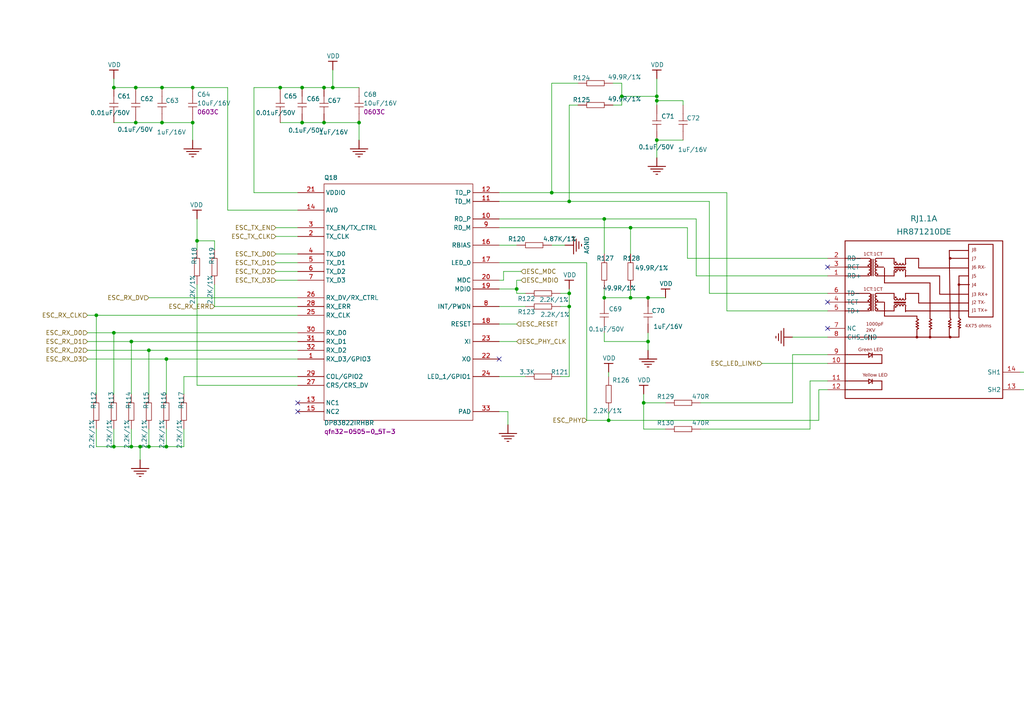
<source format=kicad_sch>
(kicad_sch (version 20250114) (generator "eeschema") (generator_version "9.0")
  (paper "A4")
  (junction (at 33.02 96.52))
  (junction (at 104.14 35.56))
  (junction (at 96.52 25.4))
  (junction (at 187.96 99.06))
  (junction (at 93.98 25.4))
  (junction (at 48.26 104.14))
  (junction (at 46.99 25.4))
  (junction (at 38.1 129.54))
  (junction (at 300.99 113.03))
  (junction (at 87.63 35.56))
  (junction (at 176.53 121.92))
  (junction (at 33.02 129.54))
  (junction (at 48.26 129.54))
  (junction (at 81.28 25.4))
  (junction (at 33.02 25.4))
  (junction (at 190.5 29.21))
  (junction (at 38.1 99.06))
  (junction (at 57.15 69.85))
  (junction (at 27.94 91.44))
  (junction (at 55.88 25.4))
  (junction (at 180.34 27.94))
  (junction (at 46.99 35.56))
  (junction (at 175.26 63.5))
  (junction (at 186.69 116.84))
  (junction (at 182.88 86.36))
  (junction (at 93.98 35.56))
  (junction (at 43.18 129.54))
  (junction (at 149.86 83.82))
  (junction (at 87.63 25.4))
  (junction (at 165.1 85.09))
  (junction (at 40.64 129.54))
  (junction (at 165.1 88.9))
  (junction (at 190.5 27.94))
  (junction (at 43.18 101.6))
  (junction (at 39.37 25.4))
  (junction (at 39.37 35.56))
  (junction (at 165.1 58.42))
  (junction (at 175.26 86.36))
  (junction (at 160.02 55.88))
  (junction (at 182.88 66.04))
  (junction (at 187.96 86.36))
  (junction (at 190.5 40.64))
  (junction (at 55.88 35.56))
  (no_connect (at 144.78 104.14))
  (no_connect (at 86.36 116.84))
  (no_connect (at 240.03 95.25))
  (no_connect (at 86.36 119.38))
  (no_connect (at 240.03 77.47))
  (no_connect (at 240.03 87.63))
  (wire (pts (xy 46.99 25.4) (xy 55.88 25.4)))
  (wire (pts (xy 149.86 83.82) (xy 144.78 83.82)))
  (wire (pts (xy 190.5 40.64) (xy 190.5 45.72)))
  (wire (pts (xy 190.5 27.94) (xy 190.5 29.21)))
  (wire (pts (xy 81.28 35.56) (xy 87.63 35.56)))
  (wire (pts (xy 193.04 124.46) (xy 186.69 124.46)))
  (wire (pts (xy 93.98 35.56) (xy 104.14 35.56)))
  (wire (pts (xy 295.91 107.95) (xy 300.99 107.95)))
  (wire (pts (xy 55.88 40.64) (xy 55.88 35.56)))
  (wire (pts (xy 182.88 86.36) (xy 182.88 83.82)))
  (wire (pts (xy 62.23 82.55) (xy 62.23 88.9)))
  (wire (pts (xy 73.66 25.4) (xy 73.66 55.88)))
  (wire (pts (xy 96.52 25.4) (xy 96.52 20.32)))
  (wire (pts (xy 205.74 85.09) (xy 240.03 85.09)))
  (wire (pts (xy 176.53 119.38) (xy 176.53 121.92)))
  (wire (pts (xy 229.87 102.87) (xy 240.03 102.87)))
  (wire (pts (xy 199.39 74.93) (xy 240.03 74.93)))
  (wire (pts (xy 149.86 81.28) (xy 149.86 83.82)))
  (wire (pts (xy 27.94 91.44) (xy 25.4 91.44)))
  (wire (pts (xy 86.36 76.2) (xy 80.01 76.2)))
  (wire (pts (xy 162.56 85.09) (xy 165.1 85.09)))
  (wire (pts (xy 176.53 121.92) (xy 237.49 121.92)))
  (wire (pts (xy 43.18 129.54) (xy 43.18 124.46)))
  (wire (pts (xy 182.88 73.66) (xy 182.88 66.04)))
  (wire (pts (xy 87.63 25.4) (xy 93.98 25.4)))
  (wire (pts (xy 87.63 35.56) (xy 93.98 35.56)))
  (wire (pts (xy 86.36 104.14) (xy 48.26 104.14)))
  (wire (pts (xy 237.49 113.03) (xy 237.49 121.92)))
  (wire (pts (xy 25.4 99.06) (xy 38.1 99.06)))
  (wire (pts (xy 187.96 86.36) (xy 182.88 86.36)))
  (wire (pts (xy 295.91 113.03) (xy 300.99 113.03)))
  (wire (pts (xy 66.04 60.96) (xy 66.04 25.4)))
  (wire (pts (xy 237.49 113.03) (xy 240.03 113.03)))
  (wire (pts (xy 86.36 111.76) (xy 57.15 111.76)))
  (wire (pts (xy 198.12 30.48) (xy 198.12 29.21)))
  (wire (pts (xy 104.14 25.4) (xy 96.52 25.4)))
  (wire (pts (xy 81.28 25.4) (xy 87.63 25.4)))
  (wire (pts (xy 160.02 24.13) (xy 167.64 24.13)))
  (wire (pts (xy 93.98 25.4) (xy 96.52 25.4)))
  (wire (pts (xy 144.78 63.5) (xy 175.26 63.5)))
  (wire (pts (xy 177.8 24.13) (xy 180.34 24.13)))
  (wire (pts (xy 146.05 78.74) (xy 146.05 81.28)))
  (wire (pts (xy 210.82 90.17) (xy 240.03 90.17)))
  (wire (pts (xy 86.36 109.22) (xy 53.34 109.22)))
  (wire (pts (xy 190.5 30.48) (xy 190.5 29.21)))
  (wire (pts (xy 210.82 90.17) (xy 210.82 55.88)))
  (wire (pts (xy 165.1 30.48) (xy 167.64 30.48)))
  (wire (pts (xy 43.18 129.54) (xy 48.26 129.54)))
  (wire (pts (xy 199.39 66.04) (xy 182.88 66.04)))
  (wire (pts (xy 33.02 25.4) (xy 33.02 22.86)))
  (wire (pts (xy 186.69 116.84) (xy 186.69 114.3)))
  (wire (pts (xy 201.93 80.01) (xy 240.03 80.01)))
  (wire (pts (xy 73.66 25.4) (xy 81.28 25.4)))
  (wire (pts (xy 27.94 114.3) (xy 27.94 91.44)))
  (wire (pts (xy 151.13 81.28) (xy 149.86 81.28)))
  (wire (pts (xy 175.26 99.06) (xy 175.26 96.52)))
  (wire (pts (xy 198.12 29.21) (xy 190.5 29.21)))
  (wire (pts (xy 175.26 83.82) (xy 175.26 86.36)))
  (wire (pts (xy 144.78 66.04) (xy 182.88 66.04)))
  (wire (pts (xy 187.96 99.06) (xy 187.96 96.52)))
  (wire (pts (xy 104.14 40.64) (xy 104.14 35.56)))
  (wire (pts (xy 144.78 88.9) (xy 152.4 88.9)))
  (wire (pts (xy 176.53 121.92) (xy 170.18 121.92)))
  (wire (pts (xy 38.1 114.3) (xy 38.1 99.06)))
  (wire (pts (xy 86.36 60.96) (xy 66.04 60.96)))
  (wire (pts (xy 165.1 109.22) (xy 162.56 109.22)))
  (wire (pts (xy 25.4 96.52) (xy 33.02 96.52)))
  (wire (pts (xy 33.02 129.54) (xy 27.94 129.54)))
  (wire (pts (xy 149.86 99.06) (xy 144.78 99.06)))
  (wire (pts (xy 187.96 86.36) (xy 193.04 86.36)))
  (wire (pts (xy 86.36 96.52) (xy 33.02 96.52)))
  (wire (pts (xy 40.64 129.54) (xy 40.64 133.35)))
  (wire (pts (xy 176.53 109.22) (xy 176.53 107.95)))
  (wire (pts (xy 229.87 116.84) (xy 229.87 102.87)))
  (wire (pts (xy 55.88 25.4) (xy 66.04 25.4)))
  (wire (pts (xy 180.34 27.94) (xy 180.34 30.48)))
  (wire (pts (xy 201.93 80.01) (xy 201.93 63.5)))
  (wire (pts (xy 27.94 129.54) (xy 27.94 124.46)))
  (wire (pts (xy 53.34 129.54) (xy 53.34 124.46)))
  (wire (pts (xy 165.1 58.42) (xy 165.1 30.48)))
  (wire (pts (xy 160.02 55.88) (xy 160.02 24.13)))
  (wire (pts (xy 62.23 88.9) (xy 86.36 88.9)))
  (wire (pts (xy 43.18 114.3) (xy 43.18 101.6)))
  (wire (pts (xy 39.37 35.56) (xy 46.99 35.56)))
  (wire (pts (xy 205.74 85.09) (xy 205.74 58.42)))
  (wire (pts (xy 147.32 119.38) (xy 144.78 119.38)))
  (wire (pts (xy 57.15 72.39) (xy 57.15 69.85)))
  (wire (pts (xy 234.95 124.46) (xy 234.95 110.49)))
  (wire (pts (xy 46.99 35.56) (xy 55.88 35.56)))
  (wire (pts (xy 38.1 129.54) (xy 33.02 129.54)))
  (wire (pts (xy 162.56 88.9) (xy 165.1 88.9)))
  (wire (pts (xy 180.34 24.13) (xy 180.34 27.94)))
  (wire (pts (xy 86.36 99.06) (xy 38.1 99.06)))
  (wire (pts (xy 300.99 107.95) (xy 300.99 113.03)))
  (wire (pts (xy 198.12 40.64) (xy 190.5 40.64)))
  (wire (pts (xy 33.02 35.56) (xy 39.37 35.56)))
  (wire (pts (xy 48.26 114.3) (xy 48.26 104.14)))
  (wire (pts (xy 151.13 78.74) (xy 146.05 78.74)))
  (wire (pts (xy 220.98 105.41) (xy 240.03 105.41)))
  (wire (pts (xy 38.1 129.54) (xy 40.64 129.54)))
  (wire (pts (xy 86.36 81.28) (xy 80.01 81.28)))
  (wire (pts (xy 186.69 124.46) (xy 186.69 116.84)))
  (wire (pts (xy 187.96 101.6) (xy 187.96 99.06)))
  (wire (pts (xy 25.4 104.14) (xy 48.26 104.14)))
  (wire (pts (xy 73.66 55.88) (xy 86.36 55.88)))
  (wire (pts (xy 86.36 73.66) (xy 80.01 73.66)))
  (wire (pts (xy 53.34 109.22) (xy 53.34 114.3)))
  (wire (pts (xy 48.26 129.54) (xy 48.26 124.46)))
  (wire (pts (xy 193.04 116.84) (xy 186.69 116.84)))
  (wire (pts (xy 152.4 85.09) (xy 149.86 85.09)))
  (wire (pts (xy 180.34 27.94) (xy 190.5 27.94)))
  (wire (pts (xy 62.23 72.39) (xy 62.23 69.85)))
  (wire (pts (xy 149.86 85.09) (xy 149.86 83.82)))
  (wire (pts (xy 38.1 124.46) (xy 38.1 129.54)))
  (wire (pts (xy 170.18 121.92) (xy 170.18 76.2)))
  (wire (pts (xy 57.15 111.76) (xy 57.15 82.55)))
  (wire (pts (xy 170.18 76.2) (xy 144.78 76.2)))
  (wire (pts (xy 175.26 63.5) (xy 175.26 73.66)))
  (wire (pts (xy 201.93 63.5) (xy 175.26 63.5)))
  (wire (pts (xy 39.37 25.4) (xy 46.99 25.4)))
  (wire (pts (xy 144.78 58.42) (xy 165.1 58.42)))
  (wire (pts (xy 165.1 85.09) (xy 165.1 88.9)))
  (wire (pts (xy 144.78 55.88) (xy 160.02 55.88)))
  (wire (pts (xy 144.78 71.12) (xy 149.86 71.12)))
  (wire (pts (xy 146.05 81.28) (xy 144.78 81.28)))
  (wire (pts (xy 203.2 116.84) (xy 229.87 116.84)))
  (wire (pts (xy 62.23 69.85) (xy 57.15 69.85)))
  (wire (pts (xy 203.2 124.46) (xy 234.95 124.46)))
  (wire (pts (xy 57.15 69.85) (xy 57.15 63.5)))
  (wire (pts (xy 86.36 68.58) (xy 80.01 68.58)))
  (wire (pts (xy 144.78 93.98) (xy 149.86 93.98)))
  (wire (pts (xy 234.95 110.49) (xy 240.03 110.49)))
  (wire (pts (xy 144.78 109.22) (xy 152.4 109.22)))
  (wire (pts (xy 190.5 22.86) (xy 190.5 27.94)))
  (wire (pts (xy 48.26 129.54) (xy 53.34 129.54)))
  (wire (pts (xy 27.94 91.44) (xy 86.36 91.44)))
  (wire (pts (xy 180.34 30.48) (xy 177.8 30.48)))
  (wire (pts (xy 175.26 99.06) (xy 187.96 99.06)))
  (wire (pts (xy 86.36 78.74) (xy 80.01 78.74)))
  (wire (pts (xy 175.26 86.36) (xy 182.88 86.36)))
  (wire (pts (xy 229.87 97.79) (xy 240.03 97.79)))
  (wire (pts (xy 300.99 113.03) (xy 300.99 114.3)))
  (wire (pts (xy 165.1 88.9) (xy 165.1 109.22)))
  (wire (pts (xy 40.64 129.54) (xy 43.18 129.54)))
  (wire (pts (xy 43.18 86.36) (xy 86.36 86.36)))
  (wire (pts (xy 33.02 124.46) (xy 33.02 129.54)))
  (wire (pts (xy 199.39 74.93) (xy 199.39 66.04)))
  (wire (pts (xy 205.74 58.42) (xy 165.1 58.42)))
  (wire (pts (xy 147.32 123.19) (xy 147.32 119.38)))
  (wire (pts (xy 210.82 55.88) (xy 160.02 55.88)))
  (wire (pts (xy 163.83 71.12) (xy 160.02 71.12)))
  (wire (pts (xy 33.02 25.4) (xy 39.37 25.4)))
  (wire (pts (xy 86.36 101.6) (xy 43.18 101.6)))
  (wire (pts (xy 33.02 114.3) (xy 33.02 96.52)))
  (wire (pts (xy 165.1 85.09) (xy 165.1 83.82)))
  (wire (pts (xy 25.4 101.6) (xy 43.18 101.6)))
  (wire (pts (xy 86.36 66.04) (xy 80.01 66.04)))
  (hierarchical_label "ESC_RX_CLK" (shape input) (at 25.4 91.44 180))
  (hierarchical_label "ESC_MDIO" (shape input) (at 151.13 81.28 0))
  (hierarchical_label "ESC_RX_D3" (shape input) (at 25.4 104.14 180))
  (hierarchical_label "ESC_RX_D2" (shape input) (at 25.4 101.6 180))
  (hierarchical_label "ESC_RX_DV" (shape input) (at 43.18 86.36 180))
  (hierarchical_label "ESC_TX_D1" (shape input) (at 80.01 76.2 180))
  (hierarchical_label "ESC_PHY_CLK" (shape input) (at 149.86 99.06 0))
  (hierarchical_label "ESC_RX_D1" (shape input) (at 25.4 99.06 180))
  (hierarchical_label "ESC_TX_EN" (shape input) (at 80.01 66.04 180))
  (hierarchical_label "ESC_TX_D2" (shape input) (at 80.01 78.74 180))
  (hierarchical_label "ESC_RX_ERR" (shape input) (at 62.23 88.9 180))
  (hierarchical_label "ESC_TX_D3" (shape input) (at 80.01 81.28 180))
  (hierarchical_label "ESC_TX_CLK" (shape input) (at 80.01 68.58 180))
  (hierarchical_label "ESC_MDC" (shape input) (at 151.13 78.74 0))
  (hierarchical_label "ESC_RX_D0" (shape input) (at 25.4 96.52 180))
  (hierarchical_label "ESC_TX_D0" (shape input) (at 80.01 73.66 180))
  (hierarchical_label "ESC_PHY" (shape input) (at 170.18 121.92 180))
  (hierarchical_label "ESC_RESET" (shape input) (at 149.86 93.98 0))
  (hierarchical_label "ESC_LED_LINK" (shape input) (at 220.98 105.41 180))
  (symbol (lib_id "sheet1-altium-import:RES_2") (at 170.18 21.59 0) (unit 1)
    (property "Reference" "R124" (at 166.116 22.606 0) (effects (justify left)))
    (property "Value" "49.9R/1%" (at 176.276 22.352 0) (effects (justify left)))
    (property "Footprint" "Lib_sheet_10:R_0603_1608Metric" (effects (hide yes)))
    (property "Automotive" "AEC-Q200" (effects (hide yes)))
    (property "Datasheet Link" "\\\\10.192.7.10\\Dianqu-CIS\\DATASHEET-New\\电阻\\YAGEO_AC_规格书.pdf" (effects (hide yes)))
    (property "EBOM Description" "电阻-49.9R-±1%-1/10W-(-55~155℃)-车规-0603" (effects (hide yes)))
    (property "Height" "0.55" (effects (hide yes)))
    (property "ID" "379" (effects (hide yes)))
    (property "Implementation Type" "<none>" (effects (hide yes)))
    (property "New Part Number" "3.2.03.01.00387" (effects (hide yes)))
    (property "Origin Footprint" "0603R" (effects (hide yes)))
    (property "PCB Footprint" "0603R" (effects (hide yes)))
    (property "Part State" "已认定" (effects (hide yes)))
    (property "Part Type" "普通电阻" (effects (hide yes)))
    (property "Power Pins Visible" "False" (effects (hide yes)))
    (property "Primitive" "DEFAULT" (effects (hide yes)))
    (property "Source Package" "RES" (effects (hide yes)))
    (property "priority" "H" (effects (hide yes)))
    (property "purpose" "通用" (effects (hide yes)))
    (property "制造商名称" "MC000003_国巨（YAGEO）" (effects (hide yes)))
  )
  (symbol (lib_id "sheet1-altium-import:AGND") (at 163.83 71.12 90) (mirror x) (unit 1)
    (property "Reference" "#PWR0128" (effects (hide yes)))
    (property "Value" "AGND" (at 170.18 71.12 0))
    (property "Description" "电源符号创建名为 'AGND' 的全局标签" (effects (hide yes)))
  )
  (symbol (lib_id "power:Earth_Protective") (at 300.99 113.03 90) (unit 1)
    (property "Reference" "#PWR0137" (effects (hide yes)))
    (property "Value" "PE_GND" (at 307.34 113.03 0))
    (property "Description" "Power symbol creates a global label with name \"Earth_Protective\"" (effects (hide yes)))
  )
  (symbol (lib_id "sheet1-altium-import:CAP_2") (at 90.17 33.02 180) (unit 1)
    (property "Reference" "C66" (at 88.9 27.94 0) (effects (justify right bottom)))
    (property "Value" "0.1uF/50V" (at 83.566 37.084 0) (effects (justify right bottom)))
    (property "Footprint" "Capacitor_SMD:C_0603_1608Metric" (effects (hide yes)))
    (property "Automotive" "AEC-Q200" (effects (hide yes)))
    (property "Datasheet Link" "\\\\10.30.16.21\\D-UserFiles\\Cadence-share\\CIS_LP\\DATASHEET-New\\电容\\KEMET_MLCC_规格书.PDF" (effects (hide yes)))
    (property "EBOM Description" "瓷片电容-0.1uF-±10%-50V-X7R-(-55~125℃)-车规-0603" (effects (hide yes)))
    (property "Height" "0.87" (effects (hide yes)))
    (property "Implementation Type" "<none>" (effects (hide yes)))
    (property "New Part Number" "3.2.04.05.00132" (effects (hide yes)))
    (property "Origin Footprint" "0603C" (effects (hide yes)))
    (property "PCB Footprint" "0603C" (effects (hide yes)))
    (property "Part State" "已认定" (effects (hide yes)))
    (property "Part Type" "瓷片电容" (effects (hide yes)))
    (property "Power Pins Visible" "False" (effects (hide yes)))
    (property "Primitive" "DEFAULT" (effects (hide yes)))
    (property "Source Package" "CAP" (effects (hide yes)))
    (property "priority" "H" (effects (hide yes)))
    (property "purpose" "通用" (effects (hide yes)))
    (property "制造商名称" "MC000042_基美（KEMET）" (effects (hide yes)))
  )
  (symbol (lib_id "sheet1-altium-import:CAP_1") (at 101.6 27.94 0) (unit 1)
    (property "Reference" "C68" (at 105.41 26.67 0) (effects (justify left top)))
    (property "Value" "10uF/16V" (at 105.41 29.21 0) (effects (justify left top)))
    (property "Footprint" "Capacitor_SMD:C_0603_1608Metric" (effects (hide yes)))
    (property "Automotive" "AEC-Q200" (effects (hide yes)))
    (property "Datasheet Link" "\\\\10.192.7.10\\Dianqu-CIS\\DATASHEET-New\\电容\\KEMET_MLCC_规格书.PDF" (effects (hide yes)))
    (property "EBOM Description" "瓷片电容-330pF-±10%-50V-X7R-(-55~125℃)-车规-0603" (effects (hide yes)))
    (property "Height" "0.87" (effects (hide yes)))
    (property "ID" "146" (effects (hide yes)))
    (property "Implementation Type" "<none>" (effects (hide yes)))
    (property "New Part Number" "3.2.04.05.00143" (effects (hide yes)))
    (property "Origin Footprint" "0603C" (at 105.41 31.75 0) (effects (justify left top)))
    (property "PCB Footprint" "0603C" (at 105.41 31.75 0) (effects (justify left top)))
    (property "Part State" "已认定" (effects (hide yes)))
    (property "Part Type" "瓷片电容" (effects (hide yes)))
    (property "Power Pins Visible" "False" (effects (hide yes)))
    (property "Primitive" "DEFAULT" (effects (hide yes)))
    (property "Source Package" "CAP" (effects (hide yes)))
    (property "priority" "L" (effects (hide yes)))
    (property "purpose" "通用" (effects (hide yes)))
    (property "制造商名称" "MC000042_基美（KEMET）" (effects (hide yes)))
    (property "单向替代料" "3.2.04.05.00228/3.2.04.05.00235" (effects (hide yes)))
  )
  (symbol (lib_id "sheet1-altium-import:RES_1") (at 25.4 121.92 90) (unit 1)
    (property "Reference" "R112" (at 26.416 113.538 0) (effects (justify right top)))
    (property "Value" "2.2K/1%" (at 25.908 121.666 0) (effects (justify right top)))
    (property "Footprint" "Resistor_SMD:R_0603_1608Metric" (effects (hide yes)))
    (property "Automotive" "非车规" (effects (hide yes)))
    (property "Datasheet Link" "\\\\10.192.7.10\\Dianqu-CIS\\DATASHEET-New\\电阻\\YAGEO_RC_规格书.pdf" (effects (hide yes)))
    (property "EBOM Description" "电阻-10R-±1%-1/10W-(-55~155℃)-0603" (effects (hide yes)))
    (property "Height" "0.55" (effects (hide yes)))
    (property "ID" "269" (effects (hide yes)))
    (property "Implementation Type" "<none>" (effects (hide yes)))
    (property "New Part Number" "3.2.03.01.00274" (effects (hide yes)))
    (property "Origin Footprint" "0603R" (effects (hide yes)))
    (property "PCB Footprint" "0603R" (effects (hide yes)))
    (property "Part State" "已认定" (effects (hide yes)))
    (property "Part Type" "普通电阻" (effects (hide yes)))
    (property "Power Pins Visible" "False" (effects (hide yes)))
    (property "Primitive" "DEFAULT" (effects (hide yes)))
    (property "Source Package" "RES" (effects (hide yes)))
    (property "priority" "H" (effects (hide yes)))
    (property "purpose" "通用" (effects (hide yes)))
    (property "制造商名称" "MC000003_国巨（YAGEO）" (effects (hide yes)))
  )
  (symbol (lib_id "sheet1-altium-import:VDD") (at 176.53 107.95 180) (unit 1)
    (property "Reference" "#PWR0130" (effects (hide yes)))
    (property "Value" "VDD" (at 174.752 103.886 0) (effects (justify right)))
    (property "Description" "电源符号创建名为 'VDD' 的全局标签" (effects (hide yes)))
  )
  (symbol (lib_id "sheet1-altium-import:RES_2") (at 185.42 76.2 270) (unit 1)
    (property "Reference" "R128" (at 180.594 74.93 90) (effects (justify left)))
    (property "Value" "49.9R/1%" (at 184.15 77.724 90) (effects (justify left)))
    (property "Footprint" "Lib_sheet_10:R_0603_1608Metric" (effects (hide yes)))
    (property "Automotive" "AEC-Q200" (effects (hide yes)))
    (property "Datasheet Link" "\\\\10.192.7.10\\Dianqu-CIS\\DATASHEET-New\\电阻\\YAGEO_AC_规格书.pdf" (effects (hide yes)))
    (property "EBOM Description" "电阻-49.9R-±1%-1/10W-(-55~155℃)-车规-0603" (effects (hide yes)))
    (property "Height" "0.55" (effects (hide yes)))
    (property "ID" "379" (effects (hide yes)))
    (property "Implementation Type" "<none>" (effects (hide yes)))
    (property "New Part Number" "3.2.03.01.00387" (effects (hide yes)))
    (property "Origin Footprint" "0603R" (effects (hide yes)))
    (property "PCB Footprint" "0603R" (effects (hide yes)))
    (property "Part State" "已认定" (effects (hide yes)))
    (property "Part Type" "普通电阻" (effects (hide yes)))
    (property "Power Pins Visible" "False" (effects (hide yes)))
    (property "Primitive" "DEFAULT" (effects (hide yes)))
    (property "Source Package" "RES" (effects (hide yes)))
    (property "priority" "H" (effects (hide yes)))
    (property "purpose" "通用" (effects (hide yes)))
    (property "制造商名称" "MC000003_国巨（YAGEO）" (effects (hide yes)))
  )
  (symbol (lib_id "sheet1-altium-import:AGND") (at 147.32 123.19 0) (mirror y) (unit 1)
    (property "Reference" "#PWR0127" (effects (hide yes)))
    (property "Value" "AGND" (effects (hide yes)))
    (property "Description" "电源符号创建名为 'AGND' 的全局标签" (effects (hide yes)))
  )
  (symbol (lib_id "sheet1-altium-import:VDD") (at 33.02 22.86 180) (unit 1)
    (property "Reference" "#PWR0121" (effects (hide yes)))
    (property "Value" "VDD" (at 31.242 18.796 0) (effects (justify right)))
    (property "Description" "电源符号创建名为 'VDD' 的全局标签" (effects (hide yes)))
  )
  (symbol (lib_id "sheet1-altium-import:CAP_3") (at 91.44 27.94 0) (unit 1)
    (property "Reference" "C67" (at 94.996 28.448 0) (effects (justify left top)))
    (property "Value" "1uF/16V" (at 92.456 37.592 0) (effects (justify left top)))
    (property "Footprint" "Capacitor_SMD:C_0603_1608Metric" (effects (hide yes)))
    (property "Automotive" "AEC-Q200" (effects (hide yes)))
    (property "Datasheet Link" "\\\\10.30.16.21\\D-UserFiles\\Cadence-share\\CIS_LP\\DATASHEET-New\\电容\\TDK_MLCC_规格书.pdf" (effects (hide yes)))
    (property "EBOM Description" "瓷片电容-1uF-±10%-16V-X7R-(-55~125℃)-车规-0603" (effects (hide yes)))
    (property "Height" "0.9" (effects (hide yes)))
    (property "Implementation Type" "<none>" (effects (hide yes)))
    (property "New Part Number" "3.2.04.05.00164" (effects (hide yes)))
    (property "Origin Footprint" "0603C" (effects (hide yes)))
    (property "PCB Footprint" "0603C" (effects (hide yes)))
    (property "Part State" "已认定" (effects (hide yes)))
    (property "Part Type" "瓷片电容" (effects (hide yes)))
    (property "Power Pins Visible" "False" (effects (hide yes)))
    (property "Primitive" "DEFAULT" (effects (hide yes)))
    (property "Source Package" "CAP" (effects (hide yes)))
    (property "priority" "L" (effects (hide yes)))
    (property "purpose" "通用" (effects (hide yes)))
    (property "制造商名称" "MC000032_东电化（TDK）" (effects (hide yes)))
  )
  (symbol (lib_id "sheet1-altium-import:VDD") (at 96.52 20.32 180) (unit 1)
    (property "Reference" "#PWR0125" (effects (hide yes)))
    (property "Value" "VDD" (at 94.742 16.256 0) (effects (justify right)))
    (property "Description" "电源符号创建名为 'VDD' 的全局标签" (effects (hide yes)))
  )
  (symbol (lib_id "sheet1-altium-import:CAP_1") (at 53.34 27.94 0) (unit 1)
    (property "Reference" "C64" (at 57.15 26.67 0) (effects (justify left top)))
    (property "Value" "10uF/16V" (at 57.15 29.21 0) (effects (justify left top)))
    (property "Footprint" "Capacitor_SMD:C_0603_1608Metric" (effects (hide yes)))
    (property "Automotive" "AEC-Q200" (effects (hide yes)))
    (property "Datasheet Link" "\\\\10.192.7.10\\Dianqu-CIS\\DATASHEET-New\\电容\\KEMET_MLCC_规格书.PDF" (effects (hide yes)))
    (property "EBOM Description" "瓷片电容-330pF-±10%-50V-X7R-(-55~125℃)-车规-0603" (effects (hide yes)))
    (property "Height" "0.87" (effects (hide yes)))
    (property "ID" "146" (effects (hide yes)))
    (property "Implementation Type" "<none>" (effects (hide yes)))
    (property "New Part Number" "3.2.04.05.00143" (effects (hide yes)))
    (property "Origin Footprint" "0603C" (at 57.15 31.75 0) (effects (justify left top)))
    (property "PCB Footprint" "0603C" (at 57.15 31.75 0) (effects (justify left top)))
    (property "Part State" "已认定" (effects (hide yes)))
    (property "Part Type" "瓷片电容" (effects (hide yes)))
    (property "Power Pins Visible" "False" (effects (hide yes)))
    (property "Primitive" "DEFAULT" (effects (hide yes)))
    (property "Source Package" "CAP" (effects (hide yes)))
    (property "priority" "L" (effects (hide yes)))
    (property "purpose" "通用" (effects (hide yes)))
    (property "制造商名称" "MC000042_基美（KEMET）" (effects (hide yes)))
    (property "单向替代料" "3.2.04.05.00228/3.2.04.05.00235" (effects (hide yes)))
  )
  (symbol (lib_id "sheet1-altium-import:RES_1") (at 35.56 121.92 90) (unit 1)
    (property "Reference" "R114" (at 36.576 113.538 0) (effects (justify right top)))
    (property "Value" "2.2K/1%" (at 36.068 121.666 0) (effects (justify right top)))
    (property "Footprint" "Resistor_SMD:R_0603_1608Metric" (effects (hide yes)))
    (property "Automotive" "非车规" (effects (hide yes)))
    (property "Datasheet Link" "\\\\10.192.7.10\\Dianqu-CIS\\DATASHEET-New\\电阻\\YAGEO_RC_规格书.pdf" (effects (hide yes)))
    (property "EBOM Description" "电阻-10R-±1%-1/10W-(-55~155℃)-0603" (effects (hide yes)))
    (property "Height" "0.55" (effects (hide yes)))
    (property "ID" "269" (effects (hide yes)))
    (property "Implementation Type" "<none>" (effects (hide yes)))
    (property "New Part Number" "3.2.03.01.00274" (effects (hide yes)))
    (property "Origin Footprint" "0603R" (effects (hide yes)))
    (property "PCB Footprint" "0603R" (effects (hide yes)))
    (property "Part State" "已认定" (effects (hide yes)))
    (property "Part Type" "普通电阻" (effects (hide yes)))
    (property "Power Pins Visible" "False" (effects (hide yes)))
    (property "Primitive" "DEFAULT" (effects (hide yes)))
    (property "Source Package" "RES" (effects (hide yes)))
    (property "priority" "H" (effects (hide yes)))
    (property "purpose" "通用" (effects (hide yes)))
    (property "制造商名称" "MC000003_国巨（YAGEO）" (effects (hide yes)))
  )
  (symbol (lib_id "sheet1-altium-import:CAP_1") (at 30.48 27.94 0) (unit 1)
    (property "Reference" "C61" (at 34.036 27.178 0) (effects (justify left top)))
    (property "Value" "0.01uF/50V" (at 26.162 32.004 0) (effects (justify left top)))
    (property "Footprint" "Capacitor_SMD:C_0603_1608Metric" (effects (hide yes)))
    (property "Automotive" "AEC-Q200" (effects (hide yes)))
    (property "Datasheet Link" "\\\\10.192.7.10\\Dianqu-CIS\\DATASHEET-New\\电容\\KEMET_MLCC_规格书.PDF" (effects (hide yes)))
    (property "EBOM Description" "瓷片电容-330pF-±10%-50V-X7R-(-55~125℃)-车规-0603" (effects (hide yes)))
    (property "Height" "0.87" (effects (hide yes)))
    (property "ID" "146" (effects (hide yes)))
    (property "Implementation Type" "<none>" (effects (hide yes)))
    (property "New Part Number" "3.2.04.05.00143" (effects (hide yes)))
    (property "Origin Footprint" "0603C" (effects (hide yes)))
    (property "PCB Footprint" "0603C" (effects (hide yes)))
    (property "Part State" "已认定" (effects (hide yes)))
    (property "Part Type" "瓷片电容" (effects (hide yes)))
    (property "Power Pins Visible" "False" (effects (hide yes)))
    (property "Primitive" "DEFAULT" (effects (hide yes)))
    (property "Source Package" "CAP" (effects (hide yes)))
    (property "priority" "L" (effects (hide yes)))
    (property "purpose" "通用" (effects (hide yes)))
    (property "制造商名称" "MC000042_基美（KEMET）" (effects (hide yes)))
  )
  (symbol (lib_id "sheet1-altium-import:AGND") (at 104.14 40.64 0) (mirror y) (unit 1)
    (property "Reference" "#PWR0126" (effects (hide yes)))
    (property "Value" "AGND" (effects (hide yes)))
    (property "Description" "电源符号创建名为 'AGND' 的全局标签" (effects (hide yes)))
  )
  (symbol (lib_id "sheet1-altium-import:RES_1") (at 50.8 121.92 90) (unit 1)
    (property "Reference" "R117" (at 51.816 113.538 0) (effects (justify right top)))
    (property "Value" "2.2K/1%" (at 51.308 121.666 0) (effects (justify right top)))
    (property "Footprint" "Resistor_SMD:R_0603_1608Metric" (effects (hide yes)))
    (property "Automotive" "非车规" (effects (hide yes)))
    (property "Datasheet Link" "\\\\10.192.7.10\\Dianqu-CIS\\DATASHEET-New\\电阻\\YAGEO_RC_规格书.pdf" (effects (hide yes)))
    (property "EBOM Description" "电阻-10R-±1%-1/10W-(-55~155℃)-0603" (effects (hide yes)))
    (property "Height" "0.55" (effects (hide yes)))
    (property "ID" "269" (effects (hide yes)))
    (property "Implementation Type" "<none>" (effects (hide yes)))
    (property "New Part Number" "3.2.03.01.00274" (effects (hide yes)))
    (property "Origin Footprint" "0603R" (effects (hide yes)))
    (property "PCB Footprint" "0603R" (effects (hide yes)))
    (property "Part State" "已认定" (effects (hide yes)))
    (property "Part Type" "普通电阻" (effects (hide yes)))
    (property "Power Pins Visible" "False" (effects (hide yes)))
    (property "Primitive" "DEFAULT" (effects (hide yes)))
    (property "Source Package" "RES" (effects (hide yes)))
    (property "priority" "H" (effects (hide yes)))
    (property "purpose" "通用" (effects (hide yes)))
    (property "制造商名称" "MC000003_国巨（YAGEO）" (effects (hide yes)))
  )
  (symbol (lib_id "sheet1-altium-import:CAP_3") (at 44.45 27.94 0) (unit 1)
    (property "Reference" "C63" (at 48.006 28.448 0) (effects (justify left top)))
    (property "Value" "1uF/16V" (at 45.466 37.592 0) (effects (justify left top)))
    (property "Footprint" "Capacitor_SMD:C_0603_1608Metric" (effects (hide yes)))
    (property "Automotive" "AEC-Q200" (effects (hide yes)))
    (property "Datasheet Link" "\\\\10.30.16.21\\D-UserFiles\\Cadence-share\\CIS_LP\\DATASHEET-New\\电容\\TDK_MLCC_规格书.pdf" (effects (hide yes)))
    (property "EBOM Description" "瓷片电容-1uF-±10%-16V-X7R-(-55~125℃)-车规-0603" (effects (hide yes)))
    (property "Height" "0.9" (effects (hide yes)))
    (property "Implementation Type" "<none>" (effects (hide yes)))
    (property "New Part Number" "3.2.04.05.00164" (effects (hide yes)))
    (property "Origin Footprint" "0603C" (effects (hide yes)))
    (property "PCB Footprint" "0603C" (effects (hide yes)))
    (property "Part State" "已认定" (effects (hide yes)))
    (property "Part Type" "瓷片电容" (effects (hide yes)))
    (property "Power Pins Visible" "False" (effects (hide yes)))
    (property "Primitive" "DEFAULT" (effects (hide yes)))
    (property "Source Package" "CAP" (effects (hide yes)))
    (property "priority" "L" (effects (hide yes)))
    (property "purpose" "通用" (effects (hide yes)))
    (property "制造商名称" "MC000032_东电化（TDK）" (effects (hide yes)))
  )
  (symbol (lib_id "sheet1-altium-import:VDD") (at 193.04 86.36 180) (unit 1)
    (property "Reference" "#PWR0135" (effects (hide yes)))
    (property "Value" "VDD" (at 191.262 82.296 0) (effects (justify right)))
    (property "Description" "电源符号创建名为 'VDD' 的全局标签" (effects (hide yes)))
  )
  (symbol (lib_id "sheet1-altium-import:RES_6") (at 195.58 114.3 0) (unit 1)
    (property "Reference" "R129" (at 190.5 114.3 0) (effects (justify left top)))
    (property "Value" "470R" (at 200.66 114.3 0) (effects (justify left top)))
    (property "Footprint" "Resistor_SMD:R_0603_1608Metric" (effects (hide yes)))
    (property "Automotive" "AEC-Q200" (effects (hide yes)))
    (property "Datasheet Link" "\\\\10.192.7.10\\Dianqu-CIS\\DATASHEET-New\\电阻\\YAGEO_AC_规格书.pdf" (effects (hide yes)))
    (property "EBOM Description" "电阻-470R-±5%-1/10W-(-55~155℃)-车规-0603" (effects (hide yes)))
    (property "Height" "0.55" (effects (hide yes)))
    (property "ID" "398" (effects (hide yes)))
    (property "Implementation Type" "<none>" (effects (hide yes)))
    (property "New Part Number" "3.2.03.01.00407" (effects (hide yes)))
    (property "Origin Footprint" "0603R" (effects (hide yes)))
    (property "PCB Footprint" "0603R" (effects (hide yes)))
    (property "Part State" "已认定" (effects (hide yes)))
    (property "Part Type" "普通电阻" (effects (hide yes)))
    (property "Power Pins Visible" "False" (effects (hide yes)))
    (property "Primitive" "DEFAULT" (effects (hide yes)))
    (property "Source Package" "RES" (effects (hide yes)))
    (property "priority" "H" (effects (hide yes)))
    (property "purpose" "通用" (effects (hide yes)))
    (property "制造商名称" "MC000003_国巨（YAGEO）" (effects (hide yes)))
  )
  (symbol (lib_id "sheet1-altium-import:AGND") (at 55.88 40.64 0) (mirror y) (unit 1)
    (property "Reference" "#PWR0123" (effects (hide yes)))
    (property "Value" "AGND" (effects (hide yes)))
    (property "Description" "电源符号创建名为 'AGND' 的全局标签" (effects (hide yes)))
  )
  (symbol (lib_id "sheet1-altium-import:AGND") (at 187.96 101.6 0) (mirror y) (unit 1)
    (property "Reference" "#PWR0132" (effects (hide yes)))
    (property "Value" "AGND" (effects (hide yes)))
    (property "Description" "电源符号创建名为 'AGND' 的全局标签" (effects (hide yes)))
  )
  (symbol (lib_id "sheet1-altium-import:AGND") (at 40.64 133.35 0) (mirror y) (unit 1)
    (property "Reference" "#PWR0122" (effects (hide yes)))
    (property "Value" "AGND" (effects (hide yes)))
    (property "Description" "电源符号创建名为 'AGND' 的全局标签" (effects (hide yes)))
  )
  (symbol (lib_id "sheet1-altium-import:AGND") (at 229.87 97.79 270) (mirror x) (unit 1)
    (property "Reference" "#PWR0136" (effects (hide yes)))
    (property "Value" "AGND" (effects (hide yes)))
    (property "Description" "电源符号创建名为 'AGND' 的全局标签" (effects (hide yes)))
  )
  (symbol (lib_id "sheet1-altium-import:RES_6") (at 195.58 121.92 0) (unit 1)
    (property "Reference" "R130" (at 190.5 121.92 0) (effects (justify left top)))
    (property "Value" "470R" (at 200.66 121.92 0) (effects (justify left top)))
    (property "Footprint" "Resistor_SMD:R_0603_1608Metric" (effects (hide yes)))
    (property "Automotive" "AEC-Q200" (effects (hide yes)))
    (property "Datasheet Link" "\\\\10.192.7.10\\Dianqu-CIS\\DATASHEET-New\\电阻\\YAGEO_AC_规格书.pdf" (effects (hide yes)))
    (property "EBOM Description" "电阻-470R-±5%-1/10W-(-55~155℃)-车规-0603" (effects (hide yes)))
    (property "Height" "0.55" (effects (hide yes)))
    (property "ID" "398" (effects (hide yes)))
    (property "Implementation Type" "<none>" (effects (hide yes)))
    (property "New Part Number" "3.2.03.01.00407" (effects (hide yes)))
    (property "Origin Footprint" "0603R" (effects (hide yes)))
    (property "PCB Footprint" "0603R" (effects (hide yes)))
    (property "Part State" "已认定" (effects (hide yes)))
    (property "Part Type" "普通电阻" (effects (hide yes)))
    (property "Power Pins Visible" "False" (effects (hide yes)))
    (property "Primitive" "DEFAULT" (effects (hide yes)))
    (property "Source Package" "RES" (effects (hide yes)))
    (property "priority" "H" (effects (hide yes)))
    (property "purpose" "通用" (effects (hide yes)))
    (property "制造商名称" "MC000003_国巨（YAGEO）" (effects (hide yes)))
  )
  (symbol (lib_id "sheet1-altium-import:VDD") (at 190.5 22.86 180) (unit 1)
    (property "Reference" "#PWR0133" (effects (hide yes)))
    (property "Value" "VDD" (at 188.722 18.796 0) (effects (justify right)))
    (property "Description" "电源符号创建名为 'VDD' 的全局标签" (effects (hide yes)))
  )
  (symbol (lib_id "sheet1-altium-import:HR871210DE") (at 267.97 92.71 0) (unit 1)
    (property "Reference" "RJ1.1" (at 267.97 63.5 0) (effects (font (size 1.6891 1.6891))))
    (property "Value" "HR871210DE" (at 267.97 67.31 0) (effects (font (size 1.6891 1.6891))))
    (property "Footprint" "Lib4:RJ45-TH_HR871210DE" (effects (hide yes)))
    (property "Manufacturer Part" "HR871210DE" (effects (hide yes)))
    (property "Manufacturer" "HANRUN(汉仁)" (effects (hide yes)))
    (property "Supplier Part" "C19724758" (effects (hide yes)))
    (property "Supplier" "LCSC" (effects (hide yes)))
  )
  (symbol (lib_id "sheet1-altium-import:CAP_2") (at 193.04 38.1 180) (unit 1)
    (property "Reference" "C71" (at 191.77 33.02 0) (effects (justify right bottom)))
    (property "Value" "0.1uF/50V" (at 185.166 41.91 0) (effects (justify right bottom)))
    (property "Footprint" "Capacitor_SMD:C_0603_1608Metric" (effects (hide yes)))
    (property "Automotive" "AEC-Q200" (effects (hide yes)))
    (property "Datasheet Link" "\\\\10.30.16.21\\D-UserFiles\\Cadence-share\\CIS_LP\\DATASHEET-New\\电容\\KEMET_MLCC_规格书.PDF" (effects (hide yes)))
    (property "EBOM Description" "瓷片电容-0.1uF-±10%-50V-X7R-(-55~125℃)-车规-0603" (effects (hide yes)))
    (property "Height" "0.87" (effects (hide yes)))
    (property "Implementation Type" "<none>" (effects (hide yes)))
    (property "New Part Number" "3.2.04.05.00132" (effects (hide yes)))
    (property "Origin Footprint" "0603C" (effects (hide yes)))
    (property "PCB Footprint" "0603C" (effects (hide yes)))
    (property "Part State" "已认定" (effects (hide yes)))
    (property "Part Type" "瓷片电容" (effects (hide yes)))
    (property "Power Pins Visible" "False" (effects (hide yes)))
    (property "Primitive" "DEFAULT" (effects (hide yes)))
    (property "Source Package" "CAP" (effects (hide yes)))
    (property "priority" "H" (effects (hide yes)))
    (property "purpose" "通用" (effects (hide yes)))
    (property "制造商名称" "MC000042_基美（KEMET）" (effects (hide yes)))
  )
  (symbol (lib_id "sheet1-altium-import:RES_1") (at 40.64 121.92 90) (unit 1)
    (property "Reference" "R115" (at 41.656 113.538 0) (effects (justify right top)))
    (property "Value" "2.2K/1%" (at 41.148 121.666 0) (effects (justify right top)))
    (property "Footprint" "Resistor_SMD:R_0603_1608Metric" (effects (hide yes)))
    (property "Automotive" "非车规" (effects (hide yes)))
    (property "Datasheet Link" "\\\\10.192.7.10\\Dianqu-CIS\\DATASHEET-New\\电阻\\YAGEO_RC_规格书.pdf" (effects (hide yes)))
    (property "EBOM Description" "电阻-10R-±1%-1/10W-(-55~155℃)-0603" (effects (hide yes)))
    (property "Height" "0.55" (effects (hide yes)))
    (property "ID" "269" (effects (hide yes)))
    (property "Implementation Type" "<none>" (effects (hide yes)))
    (property "New Part Number" "3.2.03.01.00274" (effects (hide yes)))
    (property "Origin Footprint" "0603R" (effects (hide yes)))
    (property "PCB Footprint" "0603R" (effects (hide yes)))
    (property "Part State" "已认定" (effects (hide yes)))
    (property "Part Type" "普通电阻" (effects (hide yes)))
    (property "Power Pins Visible" "False" (effects (hide yes)))
    (property "Primitive" "DEFAULT" (effects (hide yes)))
    (property "Source Package" "RES" (effects (hide yes)))
    (property "priority" "H" (effects (hide yes)))
    (property "purpose" "通用" (effects (hide yes)))
    (property "制造商名称" "MC000003_国巨（YAGEO）" (effects (hide yes)))
  )
  (symbol (lib_id "sheet1-altium-import:AGND") (at 190.5 45.72 0) (mirror y) (unit 1)
    (property "Reference" "#PWR0134" (effects (hide yes)))
    (property "Value" "AGND" (effects (hide yes)))
    (property "Description" "电源符号创建名为 'AGND' 的全局标签" (effects (hide yes)))
  )
  (symbol (lib_id "sheet1-altium-import:VDD") (at 57.15 63.5 0) (mirror x) (unit 1)
    (property "Reference" "#PWR0124" (effects (hide yes)))
    (property "Value" "VDD" (at 58.928 59.436 0) (effects (justify right)))
    (property "Description" "电源符号创建名为 'VDD' 的全局标签" (effects (hide yes)))
  )
  (symbol (lib_id "sheet1-altium-import:CAP_3") (at 185.42 88.9 0) (unit 1)
    (property "Reference" "C70" (at 188.976 89.408 0) (effects (justify left top)))
    (property "Value" "1uF/16V" (at 189.484 93.98 0) (effects (justify left top)))
    (property "Footprint" "Capacitor_SMD:C_0603_1608Metric" (effects (hide yes)))
    (property "Automotive" "AEC-Q200" (effects (hide yes)))
    (property "Datasheet Link" "\\\\10.30.16.21\\D-UserFiles\\Cadence-share\\CIS_LP\\DATASHEET-New\\电容\\TDK_MLCC_规格书.pdf" (effects (hide yes)))
    (property "EBOM Description" "瓷片电容-1uF-±10%-16V-X7R-(-55~125℃)-车规-0603" (effects (hide yes)))
    (property "Height" "0.9" (effects (hide yes)))
    (property "Implementation Type" "<none>" (effects (hide yes)))
    (property "New Part Number" "3.2.04.05.00164" (effects (hide yes)))
    (property "Origin Footprint" "0603C" (effects (hide yes)))
    (property "PCB Footprint" "0603C" (effects (hide yes)))
    (property "Part State" "已认定" (effects (hide yes)))
    (property "Part Type" "瓷片电容" (effects (hide yes)))
    (property "Power Pins Visible" "False" (effects (hide yes)))
    (property "Primitive" "DEFAULT" (effects (hide yes)))
    (property "Source Package" "CAP" (effects (hide yes)))
    (property "priority" "L" (effects (hide yes)))
    (property "purpose" "通用" (effects (hide yes)))
    (property "制造商名称" "MC000032_东电化（TDK）" (effects (hide yes)))
  )
  (symbol (lib_id "sheet1-altium-import:CAP_2") (at 177.8 93.98 180) (unit 1)
    (property "Reference" "C69" (at 176.53 88.9 0) (effects (justify right bottom)))
    (property "Value" "0.1uF/50V" (at 170.688 94.742 0) (effects (justify right bottom)))
    (property "Footprint" "Capacitor_SMD:C_0603_1608Metric" (effects (hide yes)))
    (property "Automotive" "AEC-Q200" (effects (hide yes)))
    (property "Datasheet Link" "\\\\10.30.16.21\\D-UserFiles\\Cadence-share\\CIS_LP\\DATASHEET-New\\电容\\KEMET_MLCC_规格书.PDF" (effects (hide yes)))
    (property "EBOM Description" "瓷片电容-0.1uF-±10%-50V-X7R-(-55~125℃)-车规-0603" (effects (hide yes)))
    (property "Height" "0.87" (effects (hide yes)))
    (property "Implementation Type" "<none>" (effects (hide yes)))
    (property "New Part Number" "3.2.04.05.00132" (effects (hide yes)))
    (property "Origin Footprint" "0603C" (effects (hide yes)))
    (property "PCB Footprint" "0603C" (effects (hide yes)))
    (property "Part State" "已认定" (effects (hide yes)))
    (property "Part Type" "瓷片电容" (effects (hide yes)))
    (property "Power Pins Visible" "False" (effects (hide yes)))
    (property "Primitive" "DEFAULT" (effects (hide yes)))
    (property "Source Package" "CAP" (effects (hide yes)))
    (property "priority" "H" (effects (hide yes)))
    (property "purpose" "通用" (effects (hide yes)))
    (property "制造商名称" "MC000042_基美（KEMET）" (effects (hide yes)))
  )
  (symbol (lib_id "sheet1-altium-import:CAP_1") (at 78.74 27.94 0) (unit 1)
    (property "Reference" "C65" (at 82.296 27.178 0) (effects (justify left top)))
    (property "Value" "0.01uF/50V" (at 74.168 32.004 0) (effects (justify left top)))
    (property "Footprint" "Capacitor_SMD:C_0603_1608Metric" (effects (hide yes)))
    (property "Automotive" "AEC-Q200" (effects (hide yes)))
    (property "Datasheet Link" "\\\\10.192.7.10\\Dianqu-CIS\\DATASHEET-New\\电容\\KEMET_MLCC_规格书.PDF" (effects (hide yes)))
    (property "EBOM Description" "瓷片电容-330pF-±10%-50V-X7R-(-55~125℃)-车规-0603" (effects (hide yes)))
    (property "Height" "0.87" (effects (hide yes)))
    (property "ID" "146" (effects (hide yes)))
    (property "Implementation Type" "<none>" (effects (hide yes)))
    (property "New Part Number" "3.2.04.05.00143" (effects (hide yes)))
    (property "Origin Footprint" "0603C" (effects (hide yes)))
    (property "PCB Footprint" "0603C" (effects (hide yes)))
    (property "Part State" "已认定" (effects (hide yes)))
    (property "Part Type" "瓷片电容" (effects (hide yes)))
    (property "Power Pins Visible" "False" (effects (hide yes)))
    (property "Primitive" "DEFAULT" (effects (hide yes)))
    (property "Source Package" "CAP" (effects (hide yes)))
    (property "priority" "L" (effects (hide yes)))
    (property "purpose" "通用" (effects (hide yes)))
    (property "制造商名称" "MC000042_基美（KEMET）" (effects (hide yes)))
  )
  (symbol (lib_id "sheet1-altium-import:VDD") (at 165.1 83.82 180) (unit 1)
    (property "Reference" "#PWR0129" (effects (hide yes)))
    (property "Value" "VDD" (at 163.322 79.756 0) (effects (justify right)))
    (property "Description" "电源符号创建名为 'VDD' 的全局标签" (effects (hide yes)))
  )
  (symbol (lib_id "sheet1-altium-import:RES_1") (at 45.72 121.92 90) (unit 1)
    (property "Reference" "R116" (at 46.736 113.538 0) (effects (justify right top)))
    (property "Value" "2.2K/1%" (at 46.228 121.666 0) (effects (justify right top)))
    (property "Footprint" "Resistor_SMD:R_0603_1608Metric" (effects (hide yes)))
    (property "Automotive" "非车规" (effects (hide yes)))
    (property "Datasheet Link" "\\\\10.192.7.10\\Dianqu-CIS\\DATASHEET-New\\电阻\\YAGEO_RC_规格书.pdf" (effects (hide yes)))
    (property "EBOM Description" "电阻-10R-±1%-1/10W-(-55~155℃)-0603" (effects (hide yes)))
    (property "Height" "0.55" (effects (hide yes)))
    (property "ID" "269" (effects (hide yes)))
    (property "Implementation Type" "<none>" (effects (hide yes)))
    (property "New Part Number" "3.2.03.01.00274" (effects (hide yes)))
    (property "Origin Footprint" "0603R" (effects (hide yes)))
    (property "PCB Footprint" "0603R" (effects (hide yes)))
    (property "Part State" "已认定" (effects (hide yes)))
    (property "Part Type" "普通电阻" (effects (hide yes)))
    (property "Power Pins Visible" "False" (effects (hide yes)))
    (property "Primitive" "DEFAULT" (effects (hide yes)))
    (property "Source Package" "RES" (effects (hide yes)))
    (property "priority" "H" (effects (hide yes)))
    (property "purpose" "通用" (effects (hide yes)))
    (property "制造商名称" "MC000003_国巨（YAGEO）" (effects (hide yes)))
  )
  (symbol (lib_id "sheet1-altium-import:RES_1") (at 30.48 121.92 90) (unit 1)
    (property "Reference" "R113" (at 31.496 113.538 0) (effects (justify right top)))
    (property "Value" "2.2K/1%" (at 30.988 121.666 0) (effects (justify right top)))
    (property "Footprint" "Resistor_SMD:R_0603_1608Metric" (effects (hide yes)))
    (property "Automotive" "非车规" (effects (hide yes)))
    (property "Datasheet Link" "\\\\10.192.7.10\\Dianqu-CIS\\DATASHEET-New\\电阻\\YAGEO_RC_规格书.pdf" (effects (hide yes)))
    (property "EBOM Description" "电阻-10R-±1%-1/10W-(-55~155℃)-0603" (effects (hide yes)))
    (property "Height" "0.55" (effects (hide yes)))
    (property "ID" "269" (effects (hide yes)))
    (property "Implementation Type" "<none>" (effects (hide yes)))
    (property "New Part Number" "3.2.03.01.00274" (effects (hide yes)))
    (property "Origin Footprint" "0603R" (effects (hide yes)))
    (property "PCB Footprint" "0603R" (effects (hide yes)))
    (property "Part State" "已认定" (effects (hide yes)))
    (property "Part Type" "普通电阻" (effects (hide yes)))
    (property "Power Pins Visible" "False" (effects (hide yes)))
    (property "Primitive" "DEFAULT" (effects (hide yes)))
    (property "Source Package" "RES" (effects (hide yes)))
    (property "priority" "H" (effects (hide yes)))
    (property "purpose" "通用" (effects (hide yes)))
    (property "制造商名称" "MC000003_国巨（YAGEO）" (effects (hide yes)))
  )
  (symbol (lib_id "sheet1-altium-import:CAP_3") (at 195.58 33.02 0) (unit 1)
    (property "Reference" "C72" (at 199.136 33.528 0) (effects (justify left top)))
    (property "Value" "1uF/16V" (at 196.596 42.672 0) (effects (justify left top)))
    (property "Footprint" "Capacitor_SMD:C_0603_1608Metric" (effects (hide yes)))
    (property "Automotive" "AEC-Q200" (effects (hide yes)))
    (property "Datasheet Link" "\\\\10.30.16.21\\D-UserFiles\\Cadence-share\\CIS_LP\\DATASHEET-New\\电容\\TDK_MLCC_规格书.pdf" (effects (hide yes)))
    (property "EBOM Description" "瓷片电容-1uF-±10%-16V-X7R-(-55~125℃)-车规-0603" (effects (hide yes)))
    (property "Height" "0.9" (effects (hide yes)))
    (property "Implementation Type" "<none>" (effects (hide yes)))
    (property "New Part Number" "3.2.04.05.00164" (effects (hide yes)))
    (property "Origin Footprint" "0603C" (effects (hide yes)))
    (property "PCB Footprint" "0603C" (effects (hide yes)))
    (property "Part State" "已认定" (effects (hide yes)))
    (property "Part Type" "瓷片电容" (effects (hide yes)))
    (property "Power Pins Visible" "False" (effects (hide yes)))
    (property "Primitive" "DEFAULT" (effects (hide yes)))
    (property "Source Package" "CAP" (effects (hide yes)))
    (property "priority" "L" (effects (hide yes)))
    (property "purpose" "通用" (effects (hide yes)))
    (property "制造商名称" "MC000032_东电化（TDK）" (effects (hide yes)))
  )
  (symbol (lib_id "sheet1-altium-import:DP83822IRHBR_3") (at 93.98 53.34 0) (unit 1)
    (property "Reference" "Q18" (at 93.98 50.8 0) (effects (justify left top)))
    (property "Value" "DP83822IRHBR" (at 93.98 121.92 0) (effects (justify left top)))
    (property "Footprint" "Lib_sheet_10:VQFN-32_L5.0-W5.0-P0.50-TL-EP2.9" (effects (hide yes)))
    (property "Implementation Type" "<none>" (effects (hide yes)))
    (property "New Part Number" "3.2.18.25.00027" (effects (hide yes)))
    (property "Origin Footprint" "qfn32-0505-0_5T-3" (at 93.98 124.46 0) (effects (justify left top)))
    (property "PCB Footprint" "qfn32-0505-0_5T-3" (at 93.98 124.46 0) (effects (justify left top)))
    (property "Power Pins Visible" "False" (effects (hide yes)))
    (property "Primitive" "DEFAULT" (effects (hide yes)))
    (property "Source Package" "DP83822IRHBR_3" (effects (hide yes)))
  )
  (symbol (lib_id "sheet1-altium-import:CAP_2") (at 41.91 33.02 180) (unit 1)
    (property "Reference" "C62" (at 40.64 27.94 0) (effects (justify right bottom)))
    (property "Value" "0.1uF/50V" (at 34.036 36.83 0) (effects (justify right bottom)))
    (property "Footprint" "Capacitor_SMD:C_0603_1608Metric" (effects (hide yes)))
    (property "Automotive" "AEC-Q200" (effects (hide yes)))
    (property "Datasheet Link" "\\\\10.30.16.21\\D-UserFiles\\Cadence-share\\CIS_LP\\DATASHEET-New\\电容\\KEMET_MLCC_规格书.PDF" (effects (hide yes)))
    (property "EBOM Description" "瓷片电容-0.1uF-±10%-50V-X7R-(-55~125℃)-车规-0603" (effects (hide yes)))
    (property "Height" "0.87" (effects (hide yes)))
    (property "Implementation Type" "<none>" (effects (hide yes)))
    (property "New Part Number" "3.2.04.05.00132" (effects (hide yes)))
    (property "Origin Footprint" "0603C" (effects (hide yes)))
    (property "PCB Footprint" "0603C" (effects (hide yes)))
    (property "Part State" "已认定" (effects (hide yes)))
    (property "Part Type" "瓷片电容" (effects (hide yes)))
    (property "Power Pins Visible" "False" (effects (hide yes)))
    (property "Primitive" "DEFAULT" (effects (hide yes)))
    (property "Source Package" "CAP" (effects (hide yes)))
    (property "priority" "H" (effects (hide yes)))
    (property "purpose" "通用" (effects (hide yes)))
    (property "制造商名称" "MC000042_基美（KEMET）" (effects (hide yes)))
  )
  (symbol (lib_id "sheet1-altium-import:RES_2") (at 154.94 106.68 0) (unit 1)
    (property "Reference" "R121" (at 159.766 107.188 0) (effects (justify left top)))
    (property "Value" "3.3K" (at 150.622 107.188 0) (effects (justify left top)))
    (property "Footprint" "Lib_sheet_10:R_0603_1608Metric" (effects (hide yes)))
    (property "Automotive" "AEC-Q200" (effects (hide yes)))
    (property "Datasheet Link" "\\\\10.192.7.10\\Dianqu-CIS\\DATASHEET-New\\电阻\\YAGEO_AC_规格书.pdf" (effects (hide yes)))
    (property "EBOM Description" "电阻-3.3K-±5%-1/10W-(-55~155℃)-车规-0603" (effects (hide yes)))
    (property "Height" "0.55" (effects (hide yes)))
    (property "ID" "397" (effects (hide yes)))
    (property "Implementation Type" "<none>" (effects (hide yes)))
    (property "New Part Number" "3.2.03.01.00406" (effects (hide yes)))
    (property "Origin Footprint" "0603R" (effects (hide yes)))
    (property "PCB Footprint" "0603R" (effects (hide yes)))
    (property "Part State" "已认定" (effects (hide yes)))
    (property "Part Type" "普通电阻" (effects (hide yes)))
    (property "Power Pins Visible" "False" (effects (hide yes)))
    (property "Primitive" "DEFAULT" (effects (hide yes)))
    (property "Source Package" "RES" (effects (hide yes)))
    (property "priority" "H" (effects (hide yes)))
    (property "purpose" "通用" (effects (hide yes)))
    (property "制造商名称" "MC000003_国巨（YAGEO）" (effects (hide yes)))
  )
  (symbol (lib_id "sheet1-altium-import:RES_1") (at 160.02 87.63 180) (unit 1)
    (property "Reference" "R122" (at 150.114 87.376 0) (effects (justify right top)))
    (property "Value" "2.2K/1%" (at 156.464 87.63 0) (effects (justify right top)))
    (property "Footprint" "Resistor_SMD:R_0603_1608Metric" (effects (hide yes)))
    (property "Automotive" "非车规" (effects (hide yes)))
    (property "Datasheet Link" "\\\\10.192.7.10\\Dianqu-CIS\\DATASHEET-New\\电阻\\YAGEO_RC_规格书.pdf" (effects (hide yes)))
    (property "EBOM Description" "电阻-10R-±1%-1/10W-(-55~155℃)-0603" (effects (hide yes)))
    (property "Height" "0.55" (effects (hide yes)))
    (property "ID" "269" (effects (hide yes)))
    (property "Implementation Type" "<none>" (effects (hide yes)))
    (property "New Part Number" "3.2.03.01.00274" (effects (hide yes)))
    (property "Origin Footprint" "0603R" (effects (hide yes)))
    (property "PCB Footprint" "0603R" (effects (hide yes)))
    (property "Part State" "已认定" (effects (hide yes)))
    (property "Part Type" "普通电阻" (effects (hide yes)))
    (property "Power Pins Visible" "False" (effects (hide yes)))
    (property "Primitive" "DEFAULT" (effects (hide yes)))
    (property "Source Package" "RES" (effects (hide yes)))
    (property "priority" "H" (effects (hide yes)))
    (property "purpose" "通用" (effects (hide yes)))
    (property "制造商名称" "MC000003_国巨（YAGEO）" (effects (hide yes)))
  )
  (symbol (lib_id "sheet1-altium-import:VDD") (at 186.69 114.3 180) (unit 1)
    (property "Reference" "#PWR0131" (effects (hide yes)))
    (property "Value" "VDD" (at 184.912 110.236 0) (effects (justify right)))
    (property "Description" "电源符号创建名为 'VDD' 的全局标签" (effects (hide yes)))
  )
  (symbol (lib_id "sheet1-altium-import:RES_3") (at 152.4 68.58 0) (unit 1)
    (property "Reference" "R120" (at 147.32 68.58 0) (effects (justify left top)))
    (property "Value" "4.87K/1%" (at 157.48 68.58 0) (effects (justify left top)))
    (property "Footprint" "Resistor_SMD:R_0603_1608Metric" (effects (hide yes)))
    (property "Automotive" "AEC-Q200" (effects (hide yes)))
    (property "Height" "0.55" (effects (hide yes)))
    (property "ID" "465" (effects (hide yes)))
    (property "Implementation Type" "<none>" (effects (hide yes)))
    (property "New Part Number" "3.2.03.01.00477" (effects (hide yes)))
    (property "Origin Footprint" "0603R" (effects (hide yes)))
    (property "PCB Footprint" "0603R" (effects (hide yes)))
    (property "Part State" "未认定" (effects (hide yes)))
    (property "Part Type" "普通电阻" (effects (hide yes)))
    (property "Power Pins Visible" "False" (effects (hide yes)))
    (property "Primitive" "DEFAULT" (effects (hide yes)))
    (property "Source Package" "RES" (effects (hide yes)))
    (property "priority" "H" (effects (hide yes)))
    (property "purpose" "通用" (effects (hide yes)))
    (property "制造商名称" "MC000003_国巨（YAGEO）" (effects (hide yes)))
    (property "Datasheet Link" "\\\\10.192.7.10\\Dianqu-CIS\\DATASHEET-New\\电阻\\YAGEO_AC_规格书.pdf" (effects (hide yes)))
    (property "EBOM Description" "电阻-3K-±1%-1/10W-(-55~155℃)-车规-0603" (effects (hide yes)))
  )
  (symbol (lib_id "sheet1-altium-import:RES_2") (at 170.18 27.94 0) (unit 1)
    (property "Reference" "R125" (at 166.116 28.956 0) (effects (justify left)))
    (property "Value" "49.9R/1%" (at 176.276 28.702 0) (effects (justify left)))
    (property "Footprint" "Lib_sheet_10:R_0603_1608Metric" (effects (hide yes)))
    (property "Automotive" "AEC-Q200" (effects (hide yes)))
    (property "Datasheet Link" "\\\\10.192.7.10\\Dianqu-CIS\\DATASHEET-New\\电阻\\YAGEO_AC_规格书.pdf" (effects (hide yes)))
    (property "EBOM Description" "电阻-49.9R-±1%-1/10W-(-55~155℃)-车规-0603" (effects (hide yes)))
    (property "Height" "0.55" (effects (hide yes)))
    (property "ID" "379" (effects (hide yes)))
    (property "Implementation Type" "<none>" (effects (hide yes)))
    (property "New Part Number" "3.2.03.01.00387" (effects (hide yes)))
    (property "Origin Footprint" "0603R" (effects (hide yes)))
    (property "PCB Footprint" "0603R" (effects (hide yes)))
    (property "Part State" "已认定" (effects (hide yes)))
    (property "Part Type" "普通电阻" (effects (hide yes)))
    (property "Power Pins Visible" "False" (effects (hide yes)))
    (property "Primitive" "DEFAULT" (effects (hide yes)))
    (property "Source Package" "RES" (effects (hide yes)))
    (property "priority" "H" (effects (hide yes)))
    (property "purpose" "通用" (effects (hide yes)))
    (property "制造商名称" "MC000003_国巨（YAGEO）" (effects (hide yes)))
  )
  (symbol (lib_id "sheet1-altium-import:RES_1") (at 54.61 80.01 90) (unit 1)
    (property "Reference" "R118" (at 55.626 71.628 0) (effects (justify right top)))
    (property "Value" "2.2K/1%" (at 55.118 79.756 0) (effects (justify right top)))
    (property "Footprint" "Resistor_SMD:R_0603_1608Metric" (effects (hide yes)))
    (property "Automotive" "非车规" (effects (hide yes)))
    (property "Datasheet Link" "\\\\10.192.7.10\\Dianqu-CIS\\DATASHEET-New\\电阻\\YAGEO_RC_规格书.pdf" (effects (hide yes)))
    (property "EBOM Description" "电阻-10R-±1%-1/10W-(-55~155℃)-0603" (effects (hide yes)))
    (property "Height" "0.55" (effects (hide yes)))
    (property "ID" "269" (effects (hide yes)))
    (property "Implementation Type" "<none>" (effects (hide yes)))
    (property "New Part Number" "3.2.03.01.00274" (effects (hide yes)))
    (property "Origin Footprint" "0603R" (effects (hide yes)))
    (property "PCB Footprint" "0603R" (effects (hide yes)))
    (property "Part State" "已认定" (effects (hide yes)))
    (property "Part Type" "普通电阻" (effects (hide yes)))
    (property "Power Pins Visible" "False" (effects (hide yes)))
    (property "Primitive" "DEFAULT" (effects (hide yes)))
    (property "Source Package" "RES" (effects (hide yes)))
    (property "priority" "H" (effects (hide yes)))
    (property "purpose" "通用" (effects (hide yes)))
    (property "制造商名称" "MC000003_国巨（YAGEO）" (effects (hide yes)))
  )
  (symbol (lib_id "sheet1-altium-import:RES_1") (at 160.02 91.44 180) (unit 1)
    (property "Reference" "R123" (at 150.114 91.186 0) (effects (justify right top)))
    (property "Value" "2.2K/1%" (at 156.718 91.948 0) (effects (justify right top)))
    (property "Footprint" "Resistor_SMD:R_0603_1608Metric" (effects (hide yes)))
    (property "Automotive" "非车规" (effects (hide yes)))
    (property "Datasheet Link" "\\\\10.192.7.10\\Dianqu-CIS\\DATASHEET-New\\电阻\\YAGEO_RC_规格书.pdf" (effects (hide yes)))
    (property "EBOM Description" "电阻-10R-±1%-1/10W-(-55~155℃)-0603" (effects (hide yes)))
    (property "Height" "0.55" (effects (hide yes)))
    (property "ID" "269" (effects (hide yes)))
    (property "Implementation Type" "<none>" (effects (hide yes)))
    (property "New Part Number" "3.2.03.01.00274" (effects (hide yes)))
    (property "Origin Footprint" "0603R" (effects (hide yes)))
    (property "PCB Footprint" "0603R" (effects (hide yes)))
    (property "Part State" "已认定" (effects (hide yes)))
    (property "Part Type" "普通电阻" (effects (hide yes)))
    (property "Power Pins Visible" "False" (effects (hide yes)))
    (property "Primitive" "DEFAULT" (effects (hide yes)))
    (property "Source Package" "RES" (effects (hide yes)))
    (property "priority" "H" (effects (hide yes)))
    (property "purpose" "通用" (effects (hide yes)))
    (property "制造商名称" "MC000003_国巨（YAGEO）" (effects (hide yes)))
  )
  (symbol (lib_id "sheet1-altium-import:RES_1") (at 173.99 116.84 90) (unit 1)
    (property "Reference" "R126" (at 177.546 110.998 90) (effects (justify right top)))
    (property "Value" "2.2K/1%" (at 171.958 119.888 90) (effects (justify right top)))
    (property "Footprint" "Resistor_SMD:R_0603_1608Metric" (effects (hide yes)))
    (property "Automotive" "非车规" (effects (hide yes)))
    (property "Datasheet Link" "\\\\10.192.7.10\\Dianqu-CIS\\DATASHEET-New\\电阻\\YAGEO_RC_规格书.pdf" (effects (hide yes)))
    (property "EBOM Description" "电阻-10R-±1%-1/10W-(-55~155℃)-0603" (effects (hide yes)))
    (property "Height" "0.55" (effects (hide yes)))
    (property "ID" "269" (effects (hide yes)))
    (property "Implementation Type" "<none>" (effects (hide yes)))
    (property "New Part Number" "3.2.03.01.00274" (effects (hide yes)))
    (property "Origin Footprint" "0603R" (effects (hide yes)))
    (property "PCB Footprint" "0603R" (effects (hide yes)))
    (property "Part State" "已认定" (effects (hide yes)))
    (property "Part Type" "普通电阻" (effects (hide yes)))
    (property "Power Pins Visible" "False" (effects (hide yes)))
    (property "Primitive" "DEFAULT" (effects (hide yes)))
    (property "Source Package" "RES" (effects (hide yes)))
    (property "priority" "H" (effects (hide yes)))
    (property "purpose" "通用" (effects (hide yes)))
    (property "制造商名称" "MC000003_国巨（YAGEO）" (effects (hide yes)))
  )
  (symbol (lib_id "sheet1-altium-import:RES_2") (at 177.8 76.2 270) (unit 1)
    (property "Reference" "R127" (at 172.974 74.93 90) (effects (justify left)))
    (property "Value" "49.9R/1%" (at 174.752 83.566 90) (effects (justify left)))
    (property "Footprint" "Lib_sheet_10:R_0603_1608Metric" (effects (hide yes)))
    (property "Automotive" "AEC-Q200" (effects (hide yes)))
    (property "Datasheet Link" "\\\\10.192.7.10\\Dianqu-CIS\\DATASHEET-New\\电阻\\YAGEO_AC_规格书.pdf" (effects (hide yes)))
    (property "EBOM Description" "电阻-49.9R-±1%-1/10W-(-55~155℃)-车规-0603" (effects (hide yes)))
    (property "Height" "0.55" (effects (hide yes)))
    (property "ID" "379" (effects (hide yes)))
    (property "Implementation Type" "<none>" (effects (hide yes)))
    (property "New Part Number" "3.2.03.01.00387" (effects (hide yes)))
    (property "Origin Footprint" "0603R" (effects (hide yes)))
    (property "PCB Footprint" "0603R" (effects (hide yes)))
    (property "Part State" "已认定" (effects (hide yes)))
    (property "Part Type" "普通电阻" (effects (hide yes)))
    (property "Power Pins Visible" "False" (effects (hide yes)))
    (property "Primitive" "DEFAULT" (effects (hide yes)))
    (property "Source Package" "RES" (effects (hide yes)))
    (property "priority" "H" (effects (hide yes)))
    (property "purpose" "通用" (effects (hide yes)))
    (property "制造商名称" "MC000003_国巨（YAGEO）" (effects (hide yes)))
  )
  (symbol (lib_id "sheet1-altium-import:RES_1") (at 59.69 80.01 90) (unit 1)
    (property "Reference" "R119" (at 60.706 71.628 0) (effects (justify right top)))
    (property "Value" "2.2K/1%" (at 60.198 79.756 0) (effects (justify right top)))
    (property "Footprint" "Resistor_SMD:R_0603_1608Metric" (effects (hide yes)))
    (property "Automotive" "非车规" (effects (hide yes)))
    (property "Datasheet Link" "\\\\10.192.7.10\\Dianqu-CIS\\DATASHEET-New\\电阻\\YAGEO_RC_规格书.pdf" (effects (hide yes)))
    (property "EBOM Description" "电阻-10R-±1%-1/10W-(-55~155℃)-0603" (effects (hide yes)))
    (property "Height" "0.55" (effects (hide yes)))
    (property "ID" "269" (effects (hide yes)))
    (property "Implementation Type" "<none>" (effects (hide yes)))
    (property "New Part Number" "3.2.03.01.00274" (effects (hide yes)))
    (property "Origin Footprint" "0603R" (effects (hide yes)))
    (property "PCB Footprint" "0603R" (effects (hide yes)))
    (property "Part State" "已认定" (effects (hide yes)))
    (property "Part Type" "普通电阻" (effects (hide yes)))
    (property "Power Pins Visible" "False" (effects (hide yes)))
    (property "Primitive" "DEFAULT" (effects (hide yes)))
    (property "Source Package" "RES" (effects (hide yes)))
    (property "priority" "H" (effects (hide yes)))
    (property "purpose" "通用" (effects (hide yes)))
    (property "制造商名称" "MC000003_国巨（YAGEO）" (effects (hide yes)))
  )
)
</source>
